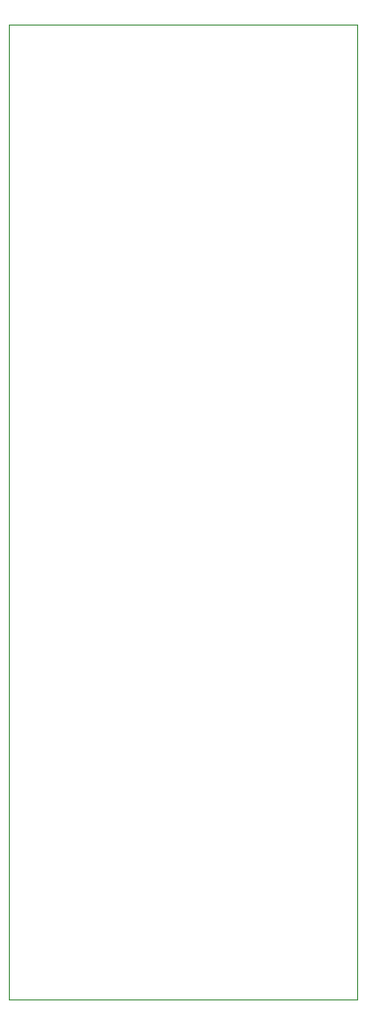
<source format=gbr>
%TF.GenerationSoftware,KiCad,Pcbnew,8.0.6*%
%TF.CreationDate,2024-12-20T12:02:48+02:00*%
%TF.ProjectId,lec10Ch6Ex5,6c656331-3043-4683-9645-78352e6b6963,rev?*%
%TF.SameCoordinates,Original*%
%TF.FileFunction,Profile,NP*%
%FSLAX46Y46*%
G04 Gerber Fmt 4.6, Leading zero omitted, Abs format (unit mm)*
G04 Created by KiCad (PCBNEW 8.0.6) date 2024-12-20 12:02:48*
%MOMM*%
%LPD*%
G01*
G04 APERTURE LIST*
%TA.AperFunction,Profile*%
%ADD10C,0.050000*%
%TD*%
G04 APERTURE END LIST*
D10*
X144500000Y-68500000D02*
X174500000Y-68500000D01*
X174500000Y-152500000D01*
X144500000Y-152500000D01*
X144500000Y-68500000D01*
M02*

</source>
